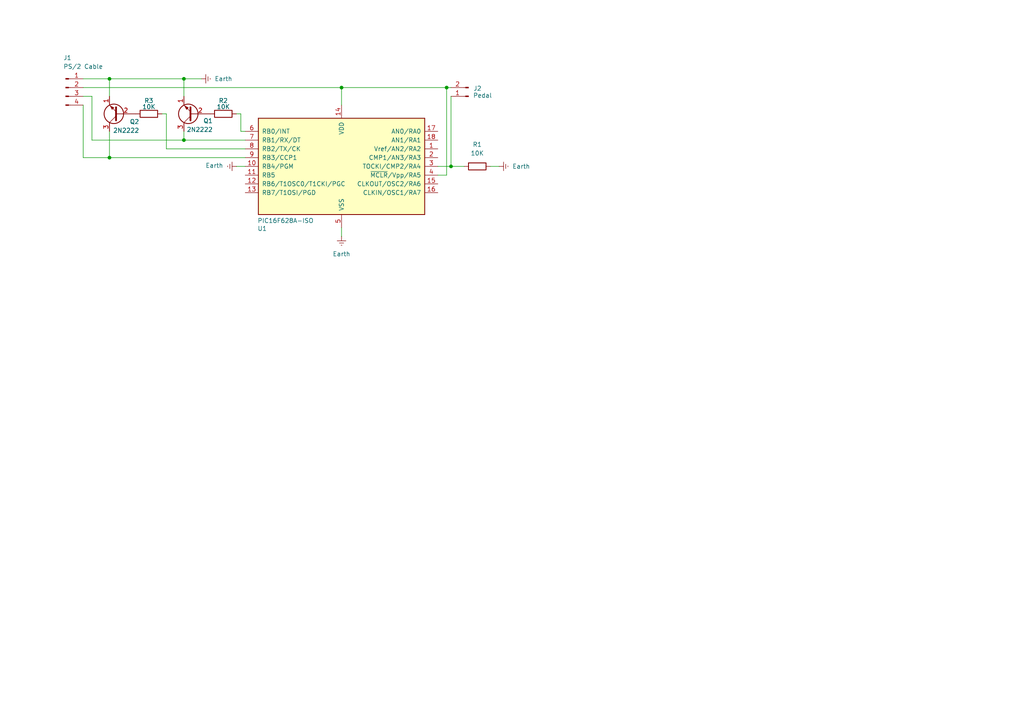
<source format=kicad_sch>
(kicad_sch (version 20231120) (generator "eeschema") (generator_version "8.0")
  (paper "A4")
  (lib_symbols
    (symbol "Connector:Conn_01x02_Pin" (pin_names (offset 1.016) hide)
      (property "Reference" "J" (at 0 2.54 0))
      (property "Value" "Conn_01x02_Pin" (at 0 -5.08 0))
      (symbol "Conn_01x02_Pin_1_1"
        (polyline (pts (xy 1.27 -2.54) (xy 0.8636 -2.54)) (stroke (width 0.1524)))
        (polyline (pts (xy 1.27 0) (xy 0.8636 0)) (stroke (width 0.1524)))
        (rectangle (start 0.8636 -2.413) (end 0 -2.667) (stroke (width 0.1524)) (fill (type outline)))
        (rectangle (start 0.8636 0.127) (end 0 -0.127) (stroke (width 0.1524)) (fill (type outline)))
        (pin passive line (at 5.08 0 180) (length 3.81) (name "Pin_1") (number "1"))
        (pin passive line (at 5.08 -2.54 180) (length 3.81) (name "Pin_2") (number "2"))
      )
    )
    (symbol "Connector:Conn_01x04_Pin" (pin_names (offset 1.016) hide)
      (property "Reference" "J" (at 0 5.08 0))
      (property "Value" "Conn_01x04_Pin" (at 0 -7.62 0))
      (symbol "Conn_01x04_Pin_1_1"
        (polyline (pts (xy 1.27 -5.08) (xy 0.8636 -5.08)) (stroke (width 0.1524)))
        (polyline (pts (xy 1.27 -2.54) (xy 0.8636 -2.54)) (stroke (width 0.1524)))
        (polyline (pts (xy 1.27 0) (xy 0.8636 0)) (stroke (width 0.1524)))
        (polyline (pts (xy 1.27 2.54) (xy 0.8636 2.54)) (stroke (width 0.1524)))
        (rectangle (start 0.8636 -4.953) (end 0 -5.207) (stroke (width 0.1524)) (fill (type outline)))
        (rectangle (start 0.8636 -2.413) (end 0 -2.667) (stroke (width 0.1524)) (fill (type outline)))
        (rectangle (start 0.8636 0.127) (end 0 -0.127) (stroke (width 0.1524)) (fill (type outline)))
        (rectangle (start 0.8636 2.667) (end 0 2.413) (stroke (width 0.1524)) (fill (type outline)))
        (pin passive line (at 5.08 2.54 180) (length 3.81) (name "Pin_1") (number "1"))
        (pin passive line (at 5.08 0 180) (length 3.81) (name "Pin_2") (number "2"))
        (pin passive line (at 5.08 -2.54 180) (length 3.81) (name "Pin_3") (number "3"))
        (pin passive line (at 5.08 -5.08 180) (length 3.81) (name "Pin_4") (number "4"))
      )
    )
    (symbol "Device:R" (pin_numbers hide) (pin_names (offset 0))
      (property "Reference" "R" (at 2.032 0 90))
      (property "Value" "R" (at 0 0 90))
      (symbol "R_0_1"
        (rectangle (start -1.016 -2.54) (end 1.016 2.54) (stroke (width 0.254)))
      )
      (symbol "R_1_1"
        (pin passive line (at 0 3.81 270) (length 1.27) (name "~") (number "1"))
        (pin passive line (at 0 -3.81 90) (length 1.27) (name "~") (number "2"))
      )
    )
    (symbol "MCU_Microchip_PIC16:PIC16F628A-ISO" (pin_names (offset 1.016))
      (property "Reference" "U" (at -24.13 17.78 0))
      (property "Value" "PIC16F628A-ISO" (at -24.13 15.24 0))
      (symbol "PIC16F628A-ISO_0_1"
        (rectangle (start 24.13 13.97) (end -24.13 -13.97) (stroke (width 0.254)) (fill (type background)))
      )
      (symbol "PIC16F628A-ISO_1_1"
        (pin bidirectional line (at 27.94 5.08 180) (length 3.81) (name "Vref/AN2/RA2") (number "1"))
        (pin bidirectional line (at -27.94 0 0) (length 3.81) (name "RB4/PGM") (number "10"))
        (pin bidirectional line (at -27.94 -2.54 0) (length 3.81) (name "RB5") (number "11"))
        (pin bidirectional line (at -27.94 -5.08 0) (length 3.81) (name "RB6/T1OSC0/T1CKI/PGC") (number "12"))
        (pin bidirectional line (at -27.94 -7.62 0) (length 3.81) (name "RB7/T1OSI/PGD") (number "13"))
        (pin power_in line (at 0 17.78 270) (length 3.81) (name "VDD") (number "14"))
        (pin bidirectional line (at 27.94 -5.08 180) (length 3.81) (name "CLKOUT/OSC2/RA6") (number "15"))
        (pin bidirectional line (at 27.94 -7.62 180) (length 3.81) (name "CLKIN/OSC1/RA7") (number "16"))
        (pin bidirectional line (at 27.94 10.16 180) (length 3.81) (name "AN0/RA0") (number "17"))
        (pin bidirectional line (at 27.94 7.62 180) (length 3.81) (name "AN1/RA1") (number "18"))
        (pin bidirectional line (at 27.94 2.54 180) (length 3.81) (name "CMP1/AN3/RA3") (number "2"))
        (pin bidirectional line (at 27.94 0 180) (length 3.81) (name "TOCKI/CMP2/RA4") (number "3"))
        (pin input line (at 27.94 -2.54 180) (length 3.81) (name "~{MCLR}/Vpp/RA5") (number "4"))
        (pin power_in line (at 0 -17.78 90) (length 3.81) (name "VSS") (number "5"))
        (pin bidirectional line (at -27.94 10.16 0) (length 3.81) (name "RB0/INT") (number "6"))
        (pin bidirectional line (at -27.94 7.62 0) (length 3.81) (name "RB1/RX/DT") (number "7"))
        (pin bidirectional line (at -27.94 5.08 0) (length 3.81) (name "RB2/TX/CK") (number "8"))
        (pin bidirectional line (at -27.94 2.54 0) (length 3.81) (name "RB3/CCP1") (number "9"))
      )
    )
    (symbol "Transistor_BJT:2N2219" (pin_names (offset 0) hide)
      (property "Reference" "Q" (at 5.08 1.905 0))
      (property "Value" "2N2219" (at 5.08 0 0))
      (symbol "2N2219_0_1"
        (polyline (pts (xy 0.635 0.635) (xy 2.54 2.54)))
        (polyline (pts (xy 0.635 -0.635) (xy 2.54 -2.54) (xy 2.54 -2.54)))
        (polyline (pts (xy 0.635 1.905) (xy 0.635 -1.905) (xy 0.635 -1.905)) (stroke (width 0.508)))
        (polyline (pts (xy 1.27 -1.778) (xy 1.778 -1.27) (xy 2.286 -2.286) (xy 1.27 -1.778) (xy 1.27 -1.778)) (fill (type outline)))
        (circle (center 1.27 0) (radius 2.8194) (stroke (width 0.254)))
      )
      (symbol "2N2219_1_1"
        (pin passive line (at 2.54 -5.08 90) (length 2.54) (name "E") (number "1"))
        (pin passive line (at -5.08 0 0) (length 5.715) (name "B") (number "2"))
        (pin passive line (at 2.54 5.08 270) (length 2.54) (name "C") (number "3"))
      )
    )
    (symbol "power:Earth" (power) (pin_numbers hide) (pin_names (offset 0) hide)
      (property "Value" "Earth" (at 0 -3.81 0))
      (symbol "Earth_0_1"
        (polyline (pts (xy -0.635 -1.905) (xy 0.635 -1.905)))
        (polyline (pts (xy -0.127 -2.54) (xy 0.127 -2.54)))
        (polyline (pts (xy 0 -1.27) (xy 0 0)))
        (polyline (pts (xy 1.27 -1.27) (xy -1.27 -1.27)))
      )
      (symbol "Earth_1_1"
        (pin power_in line (at 0 0 270) (length 0) (name "~") (number "1"))
      )
    )
  )
  (junction (at 53.34 22.86))
  (junction (at 99.06 25.4))
  (junction (at 53.34 40.64))
  (junction (at 129.54 25.4))
  (junction (at 31.75 22.86))
  (junction (at 31.75 45.72))
  (junction (at 130.81 48.26))
  (wire (pts (xy 31.75 38.1) (xy 31.75 45.72)))
  (wire (pts (xy 142.24 48.26) (xy 144.78 48.26)))
  (wire (pts (xy 53.34 22.86) (xy 53.34 27.94)))
  (wire (pts (xy 68.58 33.02) (xy 69.85 33.02)))
  (wire (pts (xy 127 50.8) (xy 129.54 50.8)))
  (wire (pts (xy 31.75 22.86) (xy 31.75 27.94)))
  (wire (pts (xy 31.75 45.72) (xy 71.12 45.72)))
  (wire (pts (xy 99.06 66.04) (xy 99.06 68.58)))
  (wire (pts (xy 99.06 25.4) (xy 129.54 25.4)))
  (wire (pts (xy 24.13 45.72) (xy 31.75 45.72)))
  (wire (pts (xy 69.85 38.1) (xy 71.12 38.1)))
  (wire (pts (xy 129.54 25.4) (xy 129.54 50.8)))
  (wire (pts (xy 53.34 38.1) (xy 53.34 40.64)))
  (wire (pts (xy 26.67 40.64) (xy 53.34 40.64)))
  (wire (pts (xy 68.58 48.26) (xy 71.12 48.26)))
  (wire (pts (xy 24.13 27.94) (xy 26.67 27.94)))
  (wire (pts (xy 48.26 43.18) (xy 71.12 43.18)))
  (wire (pts (xy 24.13 30.48) (xy 24.13 45.72)))
  (wire (pts (xy 69.85 33.02) (xy 69.85 38.1)))
  (wire (pts (xy 130.81 48.26) (xy 134.62 48.26)))
  (wire (pts (xy 24.13 22.86) (xy 31.75 22.86)))
  (wire (pts (xy 48.26 33.02) (xy 48.26 43.18)))
  (wire (pts (xy 58.42 22.86) (xy 53.34 22.86)))
  (wire (pts (xy 130.81 27.94) (xy 130.81 48.26)))
  (wire (pts (xy 26.67 27.94) (xy 26.67 40.64)))
  (wire (pts (xy 53.34 40.64) (xy 71.12 40.64)))
  (wire (pts (xy 48.26 33.02) (xy 46.99 33.02)))
  (wire (pts (xy 24.13 25.4) (xy 99.06 25.4)))
  (wire (pts (xy 129.54 25.4) (xy 130.81 25.4)))
  (wire (pts (xy 99.06 25.4) (xy 99.06 30.48)))
  (wire (pts (xy 31.75 22.86) (xy 53.34 22.86)))
  (wire (pts (xy 127 48.26) (xy 130.81 48.26)))
  (symbol (lib_id "Device:R") (at 43.18 33.02 90) (unit 1)
    (property "Reference" "R3" (at 43.18 29.21 90))
    (property "Value" "10K" (at 43.18 30.988 90))
    (property "Footprint" "Resistor_THT:R_Axial_DIN0207_L6.3mm_D2.5mm_P7.62mm_Horizontal" (effects (hide yes)))
    (property "Description" "Resistor" (effects (hide yes)))
  )
  (symbol (lib_id "Connector:Conn_01x04_Pin") (at 19.05 25.4 0) (unit 1)
    (property "Reference" "J1" (at 19.558 16.764 0))
    (property "Value" "PS/2 Cable" (at 24.13 19.304 0))
    (property "Footprint" "Connector:FanPinHeader_1x04_P2.54mm_Vertical" (effects (hide yes)))
    (property "Description" "Generic connector, single row, 01x04, script generated" (effects (hide yes)))
  )
  (symbol (lib_id "power:Earth") (at 144.78 48.26 90) (unit 1)
    (property "Reference" "#PWR03" (effects (hide yes)))
    (property "Value" "Earth" (at 148.59 48.26 90) (effects (justify right)))
    (property "Description" "Power symbol creates a global label with name \"Earth\"" (effects (hide yes)))
  )
  (symbol (lib_id "power:Earth") (at 58.42 22.86 90) (unit 1)
    (property "Reference" "#PWR01" (effects (hide yes)))
    (property "Value" "Earth" (at 62.23 22.86 90) (effects (justify right)))
    (property "Description" "Power symbol creates a global label with name \"Earth\"" (effects (hide yes)))
  )
  (symbol (lib_id "Transistor_BJT:2N2219") (at 34.29 33.02 180) (unit 1)
    (property "Reference" "Q2" (at 40.386 35.306 0) (effects (justify left)))
    (property "Value" "2N2222" (at 40.386 37.846 0) (effects (justify left)))
    (property "Footprint" "Package_TO_SOT_THT:TO-92" (effects (hide yes)))
    (property "Datasheet" "http://www.onsemi.com/pub_link/Collateral/2N2219-D.PDF" (effects (hide yes)))
    (property "Description" "800mA Ic, 50V Vce, NPN Transistor, TO-39" (effects (hide yes)))
  )
  (symbol (lib_id "power:Earth") (at 68.58 48.26 270) (unit 1)
    (property "Reference" "#PWR04" (effects (hide yes)))
    (property "Value" "Earth" (at 64.77 48.006 90) (effects (justify right)))
    (property "Description" "Power symbol creates a global label with name \"Earth\"" (effects (hide yes)))
  )
  (symbol (lib_id "Connector:Conn_01x02_Pin") (at 135.89 27.94 180) (unit 1)
    (property "Reference" "J2" (at 139.7 25.654 0) (effects (justify left)))
    (property "Value" "Pedal" (at 142.748 27.686 0) (effects (justify left)))
    (property "Footprint" "LED_THT:LED_D2.0mm_W4.0mm_H2.8mm_FlatTop" (effects (hide yes)))
    (property "Description" "Generic connector, single row, 01x02, script generated" (effects (hide yes)))
  )
  (symbol (lib_id "Device:R") (at 138.43 48.26 90) (unit 1)
    (property "Reference" "R1" (at 138.43 41.91 90))
    (property "Value" "10K" (at 138.43 44.45 90))
    (property "Footprint" "Resistor_THT:R_Axial_DIN0207_L6.3mm_D2.5mm_P7.62mm_Horizontal" (effects (hide yes)))
    (property "Description" "Resistor" (effects (hide yes)))
  )
  (symbol (lib_id "Device:R") (at 64.77 33.02 270) (unit 1)
    (property "Reference" "R2" (at 64.77 29.21 90))
    (property "Value" "10K" (at 64.77 30.988 90))
    (property "Footprint" "Resistor_THT:R_Axial_DIN0207_L6.3mm_D2.5mm_P7.62mm_Horizontal" (effects (hide yes)))
    (property "Description" "Resistor" (effects (hide yes)))
  )
  (symbol (lib_id "MCU_Microchip_PIC16:PIC16F628A-ISO") (at 99.06 48.26 0) (unit 1)
    (property "Reference" "U1" (at 74.676 66.294 0) (effects (justify left)))
    (property "Value" "PIC16F628A-ISO" (at 74.676 64.008 0) (effects (justify left)))
    (property "Footprint" "Package_DIP:DIP-18_W7.62mm_Socket" (effects (hide yes)))
    (property "Datasheet" "http://ww1.microchip.com/downloads/en/DeviceDoc/40300c.pdf" (effects (hide yes)))
    (property "Description" "PIC16F628A, 2048W Flash, 224B SRAM, 128B EEPROM, SO18" (effects (hide yes)))
  )
  (symbol (lib_id "Transistor_BJT:2N2219") (at 55.88 33.02 180) (unit 1)
    (property "Reference" "Q1" (at 61.722 35.052 0) (effects (justify left)))
    (property "Value" "2N2222" (at 61.722 37.592 0) (effects (justify left)))
    (property "Footprint" "Package_TO_SOT_THT:TO-92" (effects (hide yes)))
    (property "Datasheet" "http://www.onsemi.com/pub_link/Collateral/2N2219-D.PDF" (effects (hide yes)))
    (property "Description" "800mA Ic, 50V Vce, NPN Transistor, TO-39" (effects (hide yes)))
  )
  (symbol (lib_id "power:Earth") (at 99.06 68.58 0) (unit 1)
    (property "Reference" "#PWR02" (effects (hide yes)))
    (property "Value" "Earth" (at 99.06 73.66 0))
    (property "Description" "Power symbol creates a global label with name \"Earth\"" (effects (hide yes)))
  )
)
</source>
